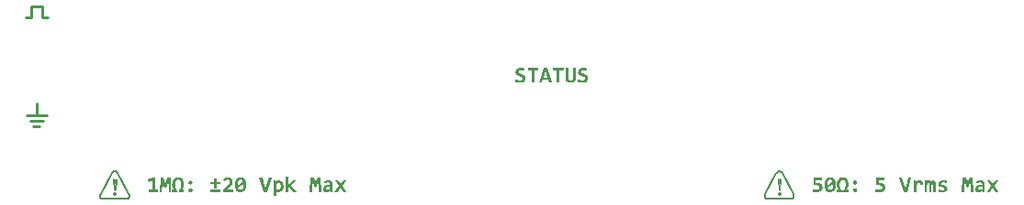
<source format=gbr>
%TF.GenerationSoftware,KiCad,Pcbnew,9.0.0-rc1-661-gd7f89c6576*%
%TF.CreationDate,2025-01-26T19:33:11-05:00*%
%TF.ProjectId,TS_Front_Endcap,54535f46-726f-46e7-945f-456e64636170,rev?*%
%TF.SameCoordinates,Original*%
%TF.FileFunction,Legend,Top*%
%TF.FilePolarity,Positive*%
%FSLAX46Y46*%
G04 Gerber Fmt 4.6, Leading zero omitted, Abs format (unit mm)*
G04 Created by KiCad (PCBNEW 9.0.0-rc1-661-gd7f89c6576) date 2025-01-26 19:33:11*
%MOMM*%
%LPD*%
G01*
G04 APERTURE LIST*
%ADD10C,0.254000*%
%ADD11C,0.300000*%
%ADD12C,0.252000*%
%ADD13C,0.100000*%
%ADD14C,0.200000*%
G04 APERTURE END LIST*
D10*
X98010000Y-110044993D02*
X98010000Y-108919993D01*
X97110000Y-110044993D02*
X98910000Y-110044993D01*
X97510000Y-99950033D02*
X98510000Y-99950033D01*
X98510000Y-100950033D02*
X99010000Y-100950033D01*
X97010000Y-100950033D02*
X97510000Y-100950033D01*
X98510000Y-100950033D02*
X98510000Y-99950033D01*
X97410000Y-110544993D02*
X98610000Y-110544993D01*
X97510000Y-100950033D02*
X97510000Y-99950033D01*
X97710000Y-111044993D02*
X98310000Y-111044993D01*
D11*
G36*
X108315796Y-117122533D02*
G01*
X108315796Y-116899783D01*
X108656973Y-116899783D01*
X108656973Y-116038461D01*
X108359851Y-116202225D01*
X108277877Y-115997061D01*
X108703043Y-115774312D01*
X108913153Y-115774312D01*
X108913153Y-116899783D01*
X109207252Y-116899783D01*
X109207252Y-117122533D01*
X108315796Y-117122533D01*
G37*
G36*
X110198633Y-117122533D02*
G01*
X110174087Y-116366631D01*
X110164836Y-116064930D01*
X110100265Y-116266339D01*
X109951704Y-116723928D01*
X109793893Y-116723928D01*
X109659620Y-116266339D01*
X109603292Y-116064930D01*
X109596147Y-116360495D01*
X109573616Y-117122533D01*
X109359385Y-117122533D01*
X109424964Y-115786036D01*
X109709904Y-115786036D01*
X109827690Y-116167879D01*
X109884018Y-116383026D01*
X109940347Y-116180244D01*
X110064361Y-115786036D01*
X110354430Y-115786036D01*
X110421017Y-117122533D01*
X110198633Y-117122533D01*
G37*
G36*
X111121413Y-117122533D02*
G01*
X111121413Y-116950891D01*
X111172341Y-116909034D01*
X111213554Y-116860216D01*
X111246683Y-116804646D01*
X111273455Y-116741239D01*
X111292957Y-116673189D01*
X111306244Y-116597166D01*
X111316045Y-116430012D01*
X111312574Y-116337499D01*
X111302672Y-116255257D01*
X111284309Y-116178425D01*
X111258159Y-116116313D01*
X111221505Y-116063701D01*
X111175635Y-116024539D01*
X111119890Y-116000029D01*
X111047591Y-115991200D01*
X110977673Y-115999276D01*
X110921562Y-116021974D01*
X110874424Y-116058800D01*
X110835558Y-116109627D01*
X110807019Y-116170484D01*
X110786373Y-116246556D01*
X110775014Y-116328801D01*
X110770986Y-116423876D01*
X110778680Y-116590480D01*
X110790163Y-116664966D01*
X110808355Y-116731530D01*
X110834739Y-116793612D01*
X110869355Y-116849957D01*
X110913222Y-116900645D01*
X110970746Y-116948876D01*
X110970746Y-117122533D01*
X110502533Y-117122533D01*
X110502533Y-116940816D01*
X110718688Y-116940816D01*
X110670756Y-116901528D01*
X110627463Y-116851606D01*
X110591035Y-116794536D01*
X110560327Y-116729607D01*
X110536594Y-116660175D01*
X110518836Y-116584527D01*
X110508143Y-116506428D01*
X110504548Y-116426074D01*
X110509621Y-116319275D01*
X110524091Y-116224918D01*
X110547046Y-116141501D01*
X110579866Y-116061511D01*
X110618708Y-115992721D01*
X110663367Y-115933864D01*
X110715805Y-115882023D01*
X110773516Y-115839649D01*
X110837023Y-115806186D01*
X110939988Y-115773624D01*
X111051713Y-115762588D01*
X111171470Y-115773226D01*
X111274554Y-115803621D01*
X111337368Y-115835508D01*
X111392972Y-115875877D01*
X111442074Y-115925162D01*
X111483234Y-115981515D01*
X111518534Y-116048196D01*
X111547678Y-116126663D01*
X111574793Y-116253134D01*
X111584590Y-116407573D01*
X111580356Y-116490235D01*
X111567645Y-116572162D01*
X111547240Y-116651793D01*
X111520567Y-116724936D01*
X111487181Y-116793306D01*
X111449310Y-116852614D01*
X111405497Y-116903921D01*
X111360191Y-116940816D01*
X111584590Y-116940816D01*
X111584590Y-117122533D01*
X111121413Y-117122533D01*
G37*
G36*
X112196876Y-116073265D02*
G01*
X112234777Y-116076911D01*
X112269599Y-116087645D01*
X112301244Y-116104812D01*
X112327943Y-116127121D01*
X112349888Y-116154255D01*
X112366869Y-116186105D01*
X112377628Y-116220873D01*
X112381249Y-116257913D01*
X112377603Y-116295906D01*
X112366869Y-116330819D01*
X112349871Y-116362510D01*
X112327943Y-116389254D01*
X112301283Y-116411126D01*
X112269599Y-116428181D01*
X112234777Y-116438914D01*
X112196876Y-116442560D01*
X112158960Y-116438902D01*
X112124519Y-116428181D01*
X112093198Y-116411185D01*
X112066175Y-116389254D01*
X112043863Y-116362481D01*
X112026700Y-116330819D01*
X112016035Y-116295911D01*
X112012411Y-116257913D01*
X112016010Y-116220869D01*
X112026700Y-116186105D01*
X112043846Y-116154284D01*
X112066175Y-116127121D01*
X112093237Y-116104753D01*
X112124519Y-116087645D01*
X112158960Y-116076924D01*
X112196876Y-116073265D01*
G37*
G36*
X112196876Y-116776685D02*
G01*
X112234777Y-116780331D01*
X112269599Y-116791064D01*
X112301277Y-116808138D01*
X112327943Y-116830082D01*
X112349861Y-116856766D01*
X112366869Y-116888517D01*
X112377624Y-116923218D01*
X112381249Y-116960325D01*
X112377605Y-116998239D01*
X112366869Y-117033140D01*
X112349888Y-117064990D01*
X112327943Y-117092124D01*
X112301244Y-117114433D01*
X112269599Y-117131600D01*
X112234777Y-117142334D01*
X112196876Y-117145980D01*
X112158960Y-117142321D01*
X112124519Y-117131600D01*
X112093237Y-117114492D01*
X112066175Y-117092124D01*
X112043846Y-117064961D01*
X112026700Y-117033140D01*
X112016033Y-116998243D01*
X112012411Y-116960325D01*
X112016014Y-116923214D01*
X112026700Y-116888517D01*
X112043873Y-116856796D01*
X112066175Y-116830082D01*
X112093205Y-116808079D01*
X112124519Y-116791064D01*
X112158960Y-116780343D01*
X112196876Y-116776685D01*
G37*
G36*
X114617170Y-116424975D02*
G01*
X114617170Y-116782546D01*
X114390757Y-116782546D01*
X114390757Y-116424975D01*
X114033185Y-116424975D01*
X114033185Y-116231535D01*
X114390757Y-116231535D01*
X114390757Y-115868101D01*
X114617170Y-115868101D01*
X114617170Y-116231535D01*
X114973825Y-116231535D01*
X114973825Y-116424975D01*
X114617170Y-116424975D01*
G37*
G36*
X114062861Y-117122533D02*
G01*
X114062861Y-116923230D01*
X114944058Y-116923230D01*
X114944058Y-117122533D01*
X114062861Y-117122533D01*
G37*
G36*
X115212054Y-117122533D02*
G01*
X115212054Y-116939992D01*
X115528684Y-116622170D01*
X115671566Y-116468664D01*
X115721214Y-116404925D01*
X115754639Y-116353534D01*
X115779553Y-116303058D01*
X115793016Y-116259928D01*
X115802267Y-116170901D01*
X115799169Y-116133890D01*
X115789993Y-116099002D01*
X115774759Y-116066951D01*
X115754090Y-116039926D01*
X115727908Y-116017787D01*
X115694647Y-116000176D01*
X115657143Y-115989211D01*
X115612673Y-115985338D01*
X115536308Y-115994202D01*
X115466127Y-116020509D01*
X115401115Y-116060914D01*
X115338083Y-116114298D01*
X115205917Y-115942565D01*
X115298496Y-115869030D01*
X115402105Y-115811773D01*
X115476260Y-115784623D01*
X115554706Y-115768177D01*
X115638319Y-115762588D01*
X115733878Y-115769118D01*
X115816646Y-115787684D01*
X115891744Y-115819228D01*
X115953483Y-115861873D01*
X116003606Y-115916647D01*
X116041594Y-115984697D01*
X116064653Y-116062006D01*
X116072827Y-116154507D01*
X116067317Y-116232508D01*
X116051303Y-116303434D01*
X116025152Y-116371061D01*
X115988746Y-116437981D01*
X115943946Y-116502294D01*
X115887813Y-116568956D01*
X115751067Y-116707075D01*
X115556345Y-116893921D01*
X116121004Y-116893921D01*
X116121004Y-117122533D01*
X115212054Y-117122533D01*
G37*
G36*
X116932934Y-115772539D02*
G01*
X117029404Y-115801515D01*
X117088280Y-115832063D01*
X117141522Y-115872372D01*
X117189688Y-115923239D01*
X117229701Y-115981173D01*
X117264874Y-116051483D01*
X117294743Y-116136097D01*
X117314932Y-116223464D01*
X117327990Y-116326701D01*
X117332662Y-116448147D01*
X117323217Y-116608013D01*
X117296758Y-116742888D01*
X117268220Y-116827362D01*
X117233117Y-116900042D01*
X117191795Y-116962340D01*
X117141985Y-117017607D01*
X117085973Y-117062905D01*
X117023176Y-117098902D01*
X116955438Y-117124564D01*
X116880068Y-117140462D01*
X116795755Y-117145980D01*
X116688326Y-117136053D01*
X116591873Y-117107145D01*
X116532991Y-117076536D01*
X116479529Y-117036055D01*
X116430948Y-116984871D01*
X116390641Y-116926562D01*
X116355320Y-116856052D01*
X116325435Y-116771464D01*
X116319866Y-116747375D01*
X116579508Y-116747375D01*
X116605899Y-116810294D01*
X116636757Y-116858026D01*
X116671741Y-116893280D01*
X116713448Y-116919651D01*
X116759139Y-116935427D01*
X116810043Y-116940816D01*
X116865488Y-116933453D01*
X116917113Y-116911323D01*
X116962492Y-116875382D01*
X117003209Y-116822389D01*
X117034522Y-116757830D01*
X117060087Y-116671813D01*
X117075092Y-116576679D01*
X117080603Y-116457765D01*
X117079596Y-116423326D01*
X117078588Y-116389804D01*
X116579508Y-116747375D01*
X116319866Y-116747375D01*
X116305224Y-116684038D01*
X116292177Y-116581108D01*
X116287516Y-116460421D01*
X116287922Y-116453643D01*
X116539575Y-116453643D01*
X116539575Y-116490096D01*
X116541590Y-116524626D01*
X117043692Y-116167054D01*
X117015382Y-116101680D01*
X116983663Y-116052501D01*
X116948895Y-116016570D01*
X116907427Y-115989516D01*
X116861585Y-115973306D01*
X116810043Y-115967752D01*
X116754730Y-115975061D01*
X116703523Y-115996970D01*
X116658677Y-116032726D01*
X116617977Y-116086454D01*
X116586508Y-116151624D01*
X116560549Y-116237763D01*
X116545228Y-116333125D01*
X116539575Y-116453643D01*
X116287922Y-116453643D01*
X116297080Y-116300587D01*
X116323878Y-116165772D01*
X116352693Y-116081186D01*
X116387798Y-116008509D01*
X116428841Y-115946320D01*
X116478421Y-115891075D01*
X116534569Y-115845738D01*
X116597918Y-115809666D01*
X116666355Y-115783944D01*
X116741792Y-115768075D01*
X116825430Y-115762588D01*
X116932934Y-115772539D01*
G37*
G36*
X119282727Y-117122533D02*
G01*
X118948695Y-117122533D01*
X118539832Y-115786036D01*
X118825688Y-115786036D01*
X119052192Y-116590846D01*
X119124916Y-116854629D01*
X119200753Y-116575459D01*
X119425151Y-115786036D01*
X119693605Y-115786036D01*
X119282727Y-117122533D01*
G37*
G36*
X120476337Y-116071057D02*
G01*
X120551813Y-116098361D01*
X120617489Y-116142663D01*
X120672164Y-116203050D01*
X120714262Y-116276247D01*
X120746444Y-116367456D01*
X120765365Y-116467379D01*
X120772090Y-116584527D01*
X120767192Y-116679293D01*
X120753358Y-116761108D01*
X120731606Y-116831731D01*
X120682398Y-116928271D01*
X120618858Y-117004838D01*
X120540551Y-117064558D01*
X120448315Y-117106962D01*
X120347031Y-117131605D01*
X120234175Y-117140118D01*
X120156323Y-117134989D01*
X120085614Y-117121708D01*
X120085614Y-117526999D01*
X119835571Y-117526999D01*
X119835571Y-116466557D01*
X120085614Y-116466557D01*
X120085614Y-116915537D01*
X120158796Y-116933763D01*
X120247456Y-116940816D01*
X120304791Y-116934614D01*
X120355533Y-116916544D01*
X120400483Y-116887343D01*
X120438515Y-116847759D01*
X120468306Y-116799494D01*
X120491271Y-116739041D01*
X120504935Y-116672552D01*
X120509773Y-116594968D01*
X120506428Y-116513137D01*
X120497500Y-116450346D01*
X120481814Y-116394058D01*
X120462145Y-116352252D01*
X120435885Y-116318373D01*
X120405725Y-116296106D01*
X120370662Y-116282997D01*
X120329430Y-116278429D01*
X120288882Y-116283738D01*
X120248782Y-116300062D01*
X120208072Y-116328987D01*
X120151292Y-116385554D01*
X120085614Y-116466557D01*
X119835571Y-116466557D01*
X119835571Y-116079127D01*
X120051817Y-116079127D01*
X120057954Y-116233183D01*
X120123991Y-116162383D01*
X120198271Y-116107978D01*
X120239625Y-116088176D01*
X120284367Y-116073540D01*
X120332102Y-116064684D01*
X120387865Y-116061542D01*
X120476337Y-116071057D01*
G37*
G36*
X121633412Y-117122533D02*
G01*
X121249187Y-116602020D01*
X121249187Y-117122533D01*
X120999144Y-117122533D01*
X120999144Y-115674661D01*
X121249187Y-115674661D01*
X121249187Y-116522061D01*
X121612896Y-116079127D01*
X121925404Y-116079127D01*
X121503261Y-116554576D01*
X121960300Y-117122533D01*
X121633412Y-117122533D01*
G37*
G36*
X124038410Y-117122533D02*
G01*
X124013864Y-116366631D01*
X124004613Y-116064930D01*
X123940041Y-116266339D01*
X123791481Y-116723928D01*
X123633669Y-116723928D01*
X123499397Y-116266339D01*
X123443068Y-116064930D01*
X123435924Y-116360495D01*
X123413393Y-117122533D01*
X123199161Y-117122533D01*
X123264740Y-115786036D01*
X123549680Y-115786036D01*
X123667466Y-116167879D01*
X123723795Y-116383026D01*
X123780123Y-116180244D01*
X123904138Y-115786036D01*
X124194207Y-115786036D01*
X124260793Y-117122533D01*
X124038410Y-117122533D01*
G37*
G36*
X124986581Y-116067480D02*
G01*
X125073847Y-116083523D01*
X125151432Y-116111893D01*
X125210684Y-116149469D01*
X125257381Y-116198812D01*
X125290094Y-116259378D01*
X125308966Y-116328617D01*
X125315739Y-116413160D01*
X125315739Y-117122533D01*
X125101508Y-117122533D01*
X125095371Y-116987069D01*
X125026678Y-117050725D01*
X124947818Y-117101192D01*
X124903308Y-117119965D01*
X124854029Y-117134256D01*
X124801983Y-117142934D01*
X124742837Y-117145980D01*
X124665967Y-117139827D01*
X124602520Y-117122624D01*
X124546284Y-117094278D01*
X124501037Y-117057594D01*
X124465323Y-117012035D01*
X124439030Y-116957027D01*
X124423466Y-116896029D01*
X124418055Y-116826877D01*
X124418976Y-116818633D01*
X124680372Y-116818633D01*
X124685278Y-116858325D01*
X124698992Y-116889389D01*
X124721313Y-116913888D01*
X124767618Y-116937835D01*
X124833054Y-116946678D01*
X124884581Y-116937959D01*
X124941681Y-116909400D01*
X124997951Y-116866498D01*
X125065696Y-116802422D01*
X125065696Y-116665310D01*
X124913013Y-116665310D01*
X124851983Y-116668602D01*
X124805394Y-116677400D01*
X124764194Y-116692363D01*
X124733678Y-116710739D01*
X124709401Y-116733941D01*
X124693195Y-116759649D01*
X124683599Y-116788128D01*
X124680372Y-116818633D01*
X124418976Y-116818633D01*
X124425964Y-116756053D01*
X124449288Y-116691688D01*
X124488026Y-116634786D01*
X124544542Y-116584985D01*
X124614148Y-116546192D01*
X124704460Y-116514917D01*
X124804702Y-116496271D01*
X124929408Y-116489455D01*
X125065696Y-116489455D01*
X125065696Y-116425982D01*
X125062767Y-116386633D01*
X125054430Y-116352618D01*
X125039657Y-116322249D01*
X125018068Y-116297022D01*
X124990103Y-116277206D01*
X124952947Y-116261668D01*
X124910545Y-116252539D01*
X124854578Y-116249120D01*
X124762988Y-116254524D01*
X124672678Y-116270736D01*
X124584470Y-116296596D01*
X124499022Y-116331186D01*
X124499022Y-116131884D01*
X124577192Y-116104791D01*
X124671671Y-116081508D01*
X124770813Y-116066599D01*
X124875095Y-116061542D01*
X124986581Y-116067480D01*
G37*
G36*
X126272316Y-117122533D02*
G01*
X126034546Y-116768350D01*
X125795860Y-117122533D01*
X125493517Y-117122533D01*
X125883970Y-116596708D01*
X125514034Y-116079127D01*
X125818391Y-116079127D01*
X126051948Y-116423601D01*
X126282575Y-116079127D01*
X126563301Y-116079127D01*
X126204631Y-116594693D01*
X126582810Y-117122533D01*
X126272316Y-117122533D01*
G37*
D12*
G36*
X143095201Y-106595750D02*
G01*
X143084587Y-106700416D01*
X143054718Y-106786167D01*
X143006131Y-106859973D01*
X142941511Y-106919616D01*
X142863396Y-106964823D01*
X142768313Y-106997926D01*
X142665200Y-107016868D01*
X142549044Y-107023480D01*
X142444526Y-107020387D01*
X142345162Y-107011298D01*
X142247452Y-106995096D01*
X142150439Y-106970723D01*
X142150439Y-106724527D01*
X142248808Y-106754202D01*
X142351848Y-106778474D01*
X142454796Y-106794777D01*
X142554173Y-106800730D01*
X142623225Y-106797389D01*
X142676172Y-106788457D01*
X142723345Y-106773141D01*
X142758146Y-106754568D01*
X142785994Y-106730516D01*
X142804216Y-106703369D01*
X142814928Y-106672400D01*
X142818596Y-106637698D01*
X142811329Y-106591945D01*
X142790386Y-106555358D01*
X142758655Y-106524748D01*
X142716106Y-106496556D01*
X142611051Y-106450486D01*
X142491158Y-106406431D01*
X142371265Y-106353216D01*
X142315341Y-106319818D01*
X142266210Y-106279577D01*
X142224843Y-106231712D01*
X142191930Y-106174705D01*
X142171292Y-106109860D01*
X142163812Y-106027885D01*
X142171036Y-105950856D01*
X142192480Y-105878500D01*
X142229013Y-105812826D01*
X142282605Y-105755218D01*
X142350617Y-105709052D01*
X142440417Y-105671321D01*
X142542243Y-105648516D01*
X142673058Y-105640088D01*
X142756497Y-105644118D01*
X142842593Y-105654377D01*
X142924567Y-105669306D01*
X142996832Y-105686983D01*
X142996832Y-105915594D01*
X142925117Y-105892147D01*
X142844700Y-105873554D01*
X142761169Y-105861281D01*
X142681301Y-105856976D01*
X142617223Y-105859904D01*
X142568553Y-105867692D01*
X142525110Y-105880946D01*
X142492715Y-105897184D01*
X142466742Y-105918539D01*
X142449667Y-105943438D01*
X142439786Y-105971996D01*
X142436387Y-106004346D01*
X142443445Y-106043438D01*
X142464505Y-106076520D01*
X142496167Y-106104304D01*
X142539335Y-106130742D01*
X142644848Y-106175713D01*
X142765748Y-106220776D01*
X142886648Y-106275547D01*
X142942776Y-106309716D01*
X142992253Y-106350194D01*
X143034102Y-106397940D01*
X143066991Y-106454058D01*
X143087762Y-106517474D01*
X143095201Y-106595750D01*
G37*
G36*
X143909354Y-105874561D02*
G01*
X143909354Y-107000033D01*
X143651159Y-107000033D01*
X143651159Y-105874561D01*
X143284337Y-105874561D01*
X143284337Y-105663536D01*
X144276176Y-105663536D01*
X144276176Y-105874561D01*
X143909354Y-105874561D01*
G37*
G36*
X145506336Y-107000033D02*
G01*
X145227624Y-107000033D01*
X145153894Y-106736250D01*
X144686596Y-106736250D01*
X144610850Y-107000033D01*
X144360807Y-107000033D01*
X144499929Y-106531086D01*
X144747046Y-106531086D01*
X145097565Y-106531086D01*
X144923359Y-105904603D01*
X144747046Y-106531086D01*
X144499929Y-106531086D01*
X144757304Y-105663536D01*
X145109838Y-105663536D01*
X145506336Y-107000033D01*
G37*
G36*
X146215984Y-105874561D02*
G01*
X146215984Y-107000033D01*
X145957788Y-107000033D01*
X145957788Y-105874561D01*
X145590966Y-105874561D01*
X145590966Y-105663536D01*
X146582806Y-105663536D01*
X146582806Y-105874561D01*
X146215984Y-105874561D01*
G37*
G36*
X147727969Y-106508097D02*
G01*
X147718891Y-106631309D01*
X147693622Y-106732587D01*
X147651120Y-106822380D01*
X147595254Y-106893695D01*
X147524895Y-106949715D01*
X147438999Y-106990782D01*
X147343195Y-107014976D01*
X147232003Y-107023480D01*
X147108108Y-107014705D01*
X147010628Y-106990782D01*
X146925681Y-106950022D01*
X146860968Y-106896718D01*
X146811998Y-106829507D01*
X146777986Y-106747424D01*
X146759114Y-106656351D01*
X146752433Y-106550046D01*
X146752433Y-105663536D01*
X147004491Y-105663536D01*
X147004491Y-106536582D01*
X147007603Y-106602176D01*
X147016215Y-106656474D01*
X147032732Y-106705475D01*
X147057248Y-106745043D01*
X147090066Y-106776858D01*
X147130520Y-106799906D01*
X147177824Y-106813303D01*
X147241254Y-106818316D01*
X147300986Y-106814028D01*
X147346767Y-106802471D01*
X147386257Y-106781653D01*
X147418483Y-106751180D01*
X147443003Y-106712132D01*
X147461531Y-106660504D01*
X147472003Y-106602147D01*
X147475910Y-106526323D01*
X147475910Y-105663536D01*
X147727969Y-105663536D01*
X147727969Y-106508097D01*
G37*
G36*
X148861775Y-106595750D02*
G01*
X148851160Y-106700416D01*
X148821292Y-106786167D01*
X148772704Y-106859973D01*
X148708085Y-106919616D01*
X148629970Y-106964823D01*
X148534886Y-106997926D01*
X148431773Y-107016868D01*
X148315617Y-107023480D01*
X148211099Y-107020387D01*
X148111736Y-107011298D01*
X148014025Y-106995096D01*
X147917013Y-106970723D01*
X147917013Y-106724527D01*
X148015382Y-106754202D01*
X148118422Y-106778474D01*
X148221370Y-106794777D01*
X148320746Y-106800730D01*
X148389799Y-106797389D01*
X148442746Y-106788457D01*
X148489919Y-106773141D01*
X148524720Y-106754568D01*
X148552568Y-106730516D01*
X148570790Y-106703369D01*
X148581502Y-106672400D01*
X148585170Y-106637698D01*
X148577902Y-106591945D01*
X148556960Y-106555358D01*
X148525228Y-106524748D01*
X148482679Y-106496556D01*
X148377624Y-106450486D01*
X148257732Y-106406431D01*
X148137839Y-106353216D01*
X148081914Y-106319818D01*
X148032784Y-106279577D01*
X147991416Y-106231712D01*
X147958504Y-106174705D01*
X147937866Y-106109860D01*
X147930385Y-106027885D01*
X147937610Y-105950856D01*
X147959053Y-105878500D01*
X147995587Y-105812826D01*
X148049179Y-105755218D01*
X148117191Y-105709052D01*
X148206990Y-105671321D01*
X148308817Y-105648516D01*
X148439632Y-105640088D01*
X148523071Y-105644118D01*
X148609167Y-105654377D01*
X148691141Y-105669306D01*
X148763406Y-105686983D01*
X148763406Y-105915594D01*
X148691690Y-105892147D01*
X148611273Y-105873554D01*
X148527742Y-105861281D01*
X148447875Y-105856976D01*
X148383796Y-105859904D01*
X148335126Y-105867692D01*
X148291683Y-105880946D01*
X148259289Y-105897184D01*
X148233316Y-105918539D01*
X148216241Y-105943438D01*
X148206360Y-105971996D01*
X148202960Y-106004346D01*
X148210019Y-106043438D01*
X148231079Y-106076520D01*
X148262740Y-106104304D01*
X148305909Y-106130742D01*
X148411422Y-106175713D01*
X148532322Y-106220776D01*
X148653222Y-106275547D01*
X148709350Y-106309716D01*
X148758826Y-106350194D01*
X148800676Y-106397940D01*
X148833565Y-106454058D01*
X148854336Y-106517474D01*
X148861775Y-106595750D01*
G37*
G36*
X170465857Y-116698008D02*
G01*
X170460610Y-116768416D01*
X170445422Y-116831615D01*
X170420703Y-116888792D01*
X170367199Y-116965295D01*
X170295681Y-117029384D01*
X170210213Y-117079001D01*
X170107186Y-117116304D01*
X169995720Y-117138337D01*
X169871523Y-117145980D01*
X169803837Y-117143965D01*
X169731113Y-117139110D01*
X169659306Y-117131783D01*
X169594826Y-117122533D01*
X169594826Y-116905645D01*
X169729098Y-116926986D01*
X169883796Y-116934954D01*
X169984994Y-116927363D01*
X170061179Y-116907020D01*
X170117903Y-116876427D01*
X170162662Y-116832327D01*
X170189176Y-116779190D01*
X170198411Y-116714036D01*
X170189438Y-116645915D01*
X170164449Y-116593771D01*
X170123581Y-116553660D01*
X170070693Y-116526989D01*
X169992888Y-116508381D01*
X169881781Y-116501179D01*
X169619464Y-116501179D01*
X169619464Y-115786036D01*
X170392035Y-115786036D01*
X170392035Y-116020509D01*
X169853113Y-116020509D01*
X169853113Y-116296015D01*
X169949467Y-116296015D01*
X170050469Y-116300702D01*
X170145105Y-116314425D01*
X170234018Y-116340077D01*
X170309511Y-116378355D01*
X170373251Y-116431581D01*
X170423267Y-116501637D01*
X170446014Y-116555078D01*
X170460613Y-116619757D01*
X170465857Y-116698008D01*
G37*
G36*
X171288046Y-115772539D02*
G01*
X171384515Y-115801515D01*
X171443391Y-115832063D01*
X171496633Y-115872372D01*
X171544800Y-115923239D01*
X171584813Y-115981173D01*
X171619985Y-116051483D01*
X171649855Y-116136097D01*
X171670044Y-116223464D01*
X171683102Y-116326701D01*
X171687773Y-116448147D01*
X171678329Y-116608013D01*
X171651870Y-116742888D01*
X171623331Y-116827362D01*
X171588229Y-116900042D01*
X171546906Y-116962340D01*
X171497097Y-117017607D01*
X171441084Y-117062905D01*
X171378287Y-117098902D01*
X171310550Y-117124564D01*
X171235180Y-117140462D01*
X171150867Y-117145980D01*
X171043438Y-117136053D01*
X170946985Y-117107145D01*
X170888102Y-117076536D01*
X170834640Y-117036055D01*
X170786059Y-116984871D01*
X170745753Y-116926562D01*
X170710432Y-116856052D01*
X170680546Y-116771464D01*
X170674977Y-116747375D01*
X170934620Y-116747375D01*
X170961010Y-116810294D01*
X170991869Y-116858026D01*
X171026852Y-116893280D01*
X171068560Y-116919651D01*
X171114250Y-116935427D01*
X171165155Y-116940816D01*
X171220600Y-116933453D01*
X171272225Y-116911323D01*
X171317604Y-116875382D01*
X171358320Y-116822389D01*
X171389633Y-116757830D01*
X171415198Y-116671813D01*
X171430204Y-116576679D01*
X171435715Y-116457765D01*
X171434707Y-116423326D01*
X171433700Y-116389804D01*
X170934620Y-116747375D01*
X170674977Y-116747375D01*
X170660336Y-116684038D01*
X170647289Y-116581108D01*
X170642628Y-116460421D01*
X170643034Y-116453643D01*
X170894686Y-116453643D01*
X170894686Y-116490096D01*
X170896701Y-116524626D01*
X171398804Y-116167054D01*
X171370494Y-116101680D01*
X171338775Y-116052501D01*
X171304007Y-116016570D01*
X171262538Y-115989516D01*
X171216697Y-115973306D01*
X171165155Y-115967752D01*
X171109842Y-115975061D01*
X171058634Y-115996970D01*
X171013789Y-116032726D01*
X170973088Y-116086454D01*
X170941619Y-116151624D01*
X170915661Y-116237763D01*
X170900340Y-116333125D01*
X170894686Y-116453643D01*
X170643034Y-116453643D01*
X170652192Y-116300587D01*
X170678989Y-116165772D01*
X170707804Y-116081186D01*
X170742910Y-116008509D01*
X170783953Y-115946320D01*
X170833533Y-115891075D01*
X170889681Y-115845738D01*
X170953030Y-115809666D01*
X171021467Y-115783944D01*
X171096903Y-115768075D01*
X171180542Y-115762588D01*
X171288046Y-115772539D01*
G37*
G36*
X172396413Y-117122533D02*
G01*
X172396413Y-116950891D01*
X172447341Y-116909034D01*
X172488554Y-116860216D01*
X172521683Y-116804646D01*
X172548455Y-116741239D01*
X172567957Y-116673189D01*
X172581244Y-116597166D01*
X172591045Y-116430012D01*
X172587574Y-116337499D01*
X172577672Y-116255257D01*
X172559309Y-116178425D01*
X172533159Y-116116313D01*
X172496505Y-116063701D01*
X172450635Y-116024539D01*
X172394890Y-116000029D01*
X172322591Y-115991200D01*
X172252673Y-115999276D01*
X172196562Y-116021974D01*
X172149424Y-116058800D01*
X172110558Y-116109627D01*
X172082019Y-116170484D01*
X172061373Y-116246556D01*
X172050014Y-116328801D01*
X172045986Y-116423876D01*
X172053680Y-116590480D01*
X172065163Y-116664966D01*
X172083355Y-116731530D01*
X172109739Y-116793612D01*
X172144355Y-116849957D01*
X172188222Y-116900645D01*
X172245746Y-116948876D01*
X172245746Y-117122533D01*
X171777533Y-117122533D01*
X171777533Y-116940816D01*
X171993688Y-116940816D01*
X171945756Y-116901528D01*
X171902463Y-116851606D01*
X171866035Y-116794536D01*
X171835327Y-116729607D01*
X171811594Y-116660175D01*
X171793836Y-116584527D01*
X171783143Y-116506428D01*
X171779548Y-116426074D01*
X171784621Y-116319275D01*
X171799091Y-116224918D01*
X171822046Y-116141501D01*
X171854866Y-116061511D01*
X171893708Y-115992721D01*
X171938367Y-115933864D01*
X171990805Y-115882023D01*
X172048516Y-115839649D01*
X172112023Y-115806186D01*
X172214988Y-115773624D01*
X172326713Y-115762588D01*
X172446470Y-115773226D01*
X172549554Y-115803621D01*
X172612368Y-115835508D01*
X172667972Y-115875877D01*
X172717074Y-115925162D01*
X172758234Y-115981515D01*
X172793534Y-116048196D01*
X172822678Y-116126663D01*
X172849793Y-116253134D01*
X172859590Y-116407573D01*
X172855356Y-116490235D01*
X172842645Y-116572162D01*
X172822240Y-116651793D01*
X172795567Y-116724936D01*
X172762181Y-116793306D01*
X172724310Y-116852614D01*
X172680497Y-116903921D01*
X172635191Y-116940816D01*
X172859590Y-116940816D01*
X172859590Y-117122533D01*
X172396413Y-117122533D01*
G37*
G36*
X173471876Y-116073265D02*
G01*
X173509777Y-116076911D01*
X173544599Y-116087645D01*
X173576244Y-116104812D01*
X173602943Y-116127121D01*
X173624888Y-116154255D01*
X173641869Y-116186105D01*
X173652628Y-116220873D01*
X173656249Y-116257913D01*
X173652603Y-116295906D01*
X173641869Y-116330819D01*
X173624871Y-116362510D01*
X173602943Y-116389254D01*
X173576283Y-116411126D01*
X173544599Y-116428181D01*
X173509777Y-116438914D01*
X173471876Y-116442560D01*
X173433960Y-116438902D01*
X173399519Y-116428181D01*
X173368198Y-116411185D01*
X173341175Y-116389254D01*
X173318863Y-116362481D01*
X173301700Y-116330819D01*
X173291035Y-116295911D01*
X173287411Y-116257913D01*
X173291010Y-116220869D01*
X173301700Y-116186105D01*
X173318846Y-116154284D01*
X173341175Y-116127121D01*
X173368237Y-116104753D01*
X173399519Y-116087645D01*
X173433960Y-116076924D01*
X173471876Y-116073265D01*
G37*
G36*
X173471876Y-116776685D02*
G01*
X173509777Y-116780331D01*
X173544599Y-116791064D01*
X173576277Y-116808138D01*
X173602943Y-116830082D01*
X173624861Y-116856766D01*
X173641869Y-116888517D01*
X173652624Y-116923218D01*
X173656249Y-116960325D01*
X173652605Y-116998239D01*
X173641869Y-117033140D01*
X173624888Y-117064990D01*
X173602943Y-117092124D01*
X173576244Y-117114433D01*
X173544599Y-117131600D01*
X173509777Y-117142334D01*
X173471876Y-117145980D01*
X173433960Y-117142321D01*
X173399519Y-117131600D01*
X173368237Y-117114492D01*
X173341175Y-117092124D01*
X173318846Y-117064961D01*
X173301700Y-117033140D01*
X173291033Y-116998243D01*
X173287411Y-116960325D01*
X173291014Y-116923214D01*
X173301700Y-116888517D01*
X173318873Y-116856796D01*
X173341175Y-116830082D01*
X173368205Y-116808079D01*
X173399519Y-116791064D01*
X173433960Y-116780343D01*
X173471876Y-116776685D01*
G37*
G36*
X176232431Y-116698008D02*
G01*
X176227183Y-116768416D01*
X176211996Y-116831615D01*
X176187276Y-116888792D01*
X176133773Y-116965295D01*
X176062254Y-117029384D01*
X175976787Y-117079001D01*
X175873760Y-117116304D01*
X175762293Y-117138337D01*
X175638096Y-117145980D01*
X175570410Y-117143965D01*
X175497687Y-117139110D01*
X175425880Y-117131783D01*
X175361400Y-117122533D01*
X175361400Y-116905645D01*
X175495672Y-116926986D01*
X175650369Y-116934954D01*
X175751567Y-116927363D01*
X175827752Y-116907020D01*
X175884476Y-116876427D01*
X175929236Y-116832327D01*
X175955750Y-116779190D01*
X175964985Y-116714036D01*
X175956012Y-116645915D01*
X175931022Y-116593771D01*
X175890155Y-116553660D01*
X175837266Y-116526989D01*
X175759462Y-116508381D01*
X175648354Y-116501179D01*
X175386038Y-116501179D01*
X175386038Y-115786036D01*
X176158608Y-115786036D01*
X176158608Y-116020509D01*
X175619686Y-116020509D01*
X175619686Y-116296015D01*
X175716040Y-116296015D01*
X175817043Y-116300702D01*
X175911679Y-116314425D01*
X176000592Y-116340077D01*
X176076085Y-116378355D01*
X176139824Y-116431581D01*
X176189841Y-116501637D01*
X176212587Y-116555078D01*
X176227187Y-116619757D01*
X176232431Y-116698008D01*
G37*
G36*
X178251098Y-117122533D02*
G01*
X177917065Y-117122533D01*
X177508203Y-115786036D01*
X177794058Y-115786036D01*
X178020563Y-116590846D01*
X178093286Y-116854629D01*
X178169124Y-116575459D01*
X178393522Y-115786036D01*
X178661975Y-115786036D01*
X178251098Y-117122533D01*
G37*
G36*
X179474113Y-116483593D02*
G01*
X179473569Y-116429173D01*
X179468435Y-116387514D01*
X179458066Y-116350200D01*
X179443888Y-116322118D01*
X179424713Y-116299561D01*
X179402306Y-116284474D01*
X179376497Y-116275656D01*
X179346069Y-116272567D01*
X179291942Y-116282999D01*
X179231763Y-116317630D01*
X179174385Y-116372193D01*
X179102162Y-116466008D01*
X179102162Y-117122533D01*
X178845982Y-117122533D01*
X178845982Y-116079127D01*
X179072395Y-116079127D01*
X179081646Y-116237396D01*
X179139531Y-116165039D01*
X179211247Y-116109627D01*
X179252460Y-116089266D01*
X179298900Y-116073998D01*
X179348427Y-116064768D01*
X179404412Y-116061542D01*
X179480345Y-116068540D01*
X179544272Y-116088378D01*
X179600357Y-116121642D01*
X179646762Y-116167879D01*
X179682085Y-116225505D01*
X179708220Y-116299953D01*
X179722167Y-116382683D01*
X179725164Y-116483593D01*
X179474113Y-116483593D01*
G37*
G36*
X180692000Y-117122533D02*
G01*
X180692000Y-116415999D01*
X180689893Y-116348130D01*
X180681741Y-116299678D01*
X180663790Y-116270552D01*
X180650491Y-116263463D01*
X180631550Y-116260844D01*
X180602204Y-116270116D01*
X180568993Y-116303708D01*
X180539425Y-116354937D01*
X180499292Y-116449705D01*
X180499292Y-117122533D01*
X180285152Y-117122533D01*
X180285152Y-116415999D01*
X180283046Y-116348130D01*
X180274894Y-116299678D01*
X180256484Y-116270552D01*
X180242722Y-116263444D01*
X180223695Y-116260844D01*
X180198389Y-116269573D01*
X180164252Y-116303708D01*
X180133006Y-116355052D01*
X180091529Y-116449705D01*
X180091529Y-117122533D01*
X179875282Y-117122533D01*
X179875282Y-116079127D01*
X180060754Y-116079127D01*
X180064876Y-116231077D01*
X180109938Y-116153407D01*
X180158115Y-116100376D01*
X180184889Y-116082445D01*
X180212887Y-116070609D01*
X180279016Y-116061542D01*
X180335372Y-116067152D01*
X180378603Y-116082499D01*
X180411731Y-116106513D01*
X180437027Y-116139049D01*
X180454441Y-116179874D01*
X180463480Y-116231077D01*
X180512115Y-116153407D01*
X180562307Y-116100376D01*
X180589703Y-116082483D01*
X180618727Y-116070609D01*
X180685771Y-116061542D01*
X180757448Y-116071070D01*
X180812061Y-116097579D01*
X180853841Y-116140951D01*
X180882006Y-116196676D01*
X180901000Y-116273015D01*
X180908155Y-116375974D01*
X180908155Y-117122533D01*
X180692000Y-117122533D01*
G37*
G36*
X181969237Y-116816893D02*
G01*
X181958912Y-116901032D01*
X181929761Y-116968660D01*
X181884109Y-117025467D01*
X181825256Y-117070875D01*
X181756808Y-117104439D01*
X181677703Y-117128028D01*
X181594560Y-117141470D01*
X181509175Y-117145980D01*
X181397174Y-117142811D01*
X181302179Y-117133981D01*
X181211537Y-117119063D01*
X181127973Y-117099085D01*
X181127973Y-116876336D01*
X181224988Y-116911176D01*
X181320131Y-116934496D01*
X181414820Y-116948186D01*
X181500932Y-116952539D01*
X181592079Y-116943781D01*
X181647936Y-116922040D01*
X181675842Y-116898642D01*
X181691454Y-116872521D01*
X181696662Y-116842447D01*
X181686404Y-116799491D01*
X181672706Y-116781493D01*
X181647936Y-116762213D01*
X181568526Y-116725485D01*
X181434345Y-116682987D01*
X181360269Y-116659422D01*
X181299615Y-116634444D01*
X181245563Y-116604153D01*
X181203811Y-116570605D01*
X181170583Y-116530781D01*
X181146933Y-116485242D01*
X181132993Y-116434121D01*
X181127973Y-116371211D01*
X181135150Y-116309600D01*
X181156641Y-116251685D01*
X181191800Y-116199608D01*
X181242187Y-116153041D01*
X181304116Y-116116050D01*
X181384153Y-116086088D01*
X181473160Y-116068084D01*
X181582906Y-116061542D01*
X181757112Y-116070701D01*
X181891385Y-116090851D01*
X181891385Y-116296015D01*
X181803116Y-116270887D01*
X181723865Y-116255165D01*
X181645559Y-116246213D01*
X181568618Y-116243258D01*
X181496583Y-116250956D01*
X181445153Y-116271468D01*
X181418728Y-116293312D01*
X181403661Y-116318954D01*
X181398533Y-116349779D01*
X181407692Y-116391727D01*
X181420340Y-116408751D01*
X181444054Y-116427448D01*
X181519891Y-116463810D01*
X181648577Y-116505117D01*
X181734709Y-116532715D01*
X181800160Y-116559797D01*
X181857250Y-116591957D01*
X181898987Y-116625743D01*
X181931359Y-116665381D01*
X181952842Y-116709548D01*
X181964935Y-116758567D01*
X181969237Y-116816893D01*
G37*
G36*
X184160095Y-117122533D02*
G01*
X184135549Y-116366631D01*
X184126298Y-116064930D01*
X184061727Y-116266339D01*
X183913166Y-116723928D01*
X183755355Y-116723928D01*
X183621082Y-116266339D01*
X183564754Y-116064930D01*
X183557609Y-116360495D01*
X183535078Y-117122533D01*
X183320846Y-117122533D01*
X183386426Y-115786036D01*
X183671366Y-115786036D01*
X183789152Y-116167879D01*
X183845480Y-116383026D01*
X183901809Y-116180244D01*
X184025823Y-115786036D01*
X184315892Y-115786036D01*
X184382479Y-117122533D01*
X184160095Y-117122533D01*
G37*
G36*
X185108267Y-116067480D02*
G01*
X185195532Y-116083523D01*
X185273117Y-116111893D01*
X185332370Y-116149469D01*
X185379066Y-116198812D01*
X185411779Y-116259378D01*
X185430652Y-116328617D01*
X185437424Y-116413160D01*
X185437424Y-117122533D01*
X185223193Y-117122533D01*
X185217056Y-116987069D01*
X185148363Y-117050725D01*
X185069503Y-117101192D01*
X185024994Y-117119965D01*
X184975714Y-117134256D01*
X184923668Y-117142934D01*
X184864522Y-117145980D01*
X184787652Y-117139827D01*
X184724205Y-117122624D01*
X184667970Y-117094278D01*
X184622722Y-117057594D01*
X184587009Y-117012035D01*
X184560715Y-116957027D01*
X184545152Y-116896029D01*
X184539740Y-116826877D01*
X184540661Y-116818633D01*
X184802057Y-116818633D01*
X184806963Y-116858325D01*
X184820678Y-116889389D01*
X184842998Y-116913888D01*
X184889304Y-116937835D01*
X184954740Y-116946678D01*
X185006266Y-116937959D01*
X185063367Y-116909400D01*
X185119636Y-116866498D01*
X185187381Y-116802422D01*
X185187381Y-116665310D01*
X185034699Y-116665310D01*
X184973668Y-116668602D01*
X184927079Y-116677400D01*
X184885879Y-116692363D01*
X184855363Y-116710739D01*
X184831086Y-116733941D01*
X184814880Y-116759649D01*
X184805284Y-116788128D01*
X184802057Y-116818633D01*
X184540661Y-116818633D01*
X184547650Y-116756053D01*
X184570973Y-116691688D01*
X184609711Y-116634786D01*
X184666228Y-116584985D01*
X184735834Y-116546192D01*
X184826146Y-116514917D01*
X184926388Y-116496271D01*
X185051093Y-116489455D01*
X185187381Y-116489455D01*
X185187381Y-116425982D01*
X185184453Y-116386633D01*
X185176115Y-116352618D01*
X185161342Y-116322249D01*
X185139754Y-116297022D01*
X185111788Y-116277206D01*
X185074632Y-116261668D01*
X185032230Y-116252539D01*
X184976263Y-116249120D01*
X184884673Y-116254524D01*
X184794364Y-116270736D01*
X184706156Y-116296596D01*
X184620707Y-116331186D01*
X184620707Y-116131884D01*
X184698877Y-116104791D01*
X184793356Y-116081508D01*
X184892498Y-116066599D01*
X184996780Y-116061542D01*
X185108267Y-116067480D01*
G37*
G36*
X186394002Y-117122533D02*
G01*
X186156231Y-116768350D01*
X185917545Y-117122533D01*
X185615203Y-117122533D01*
X186005655Y-116596708D01*
X185635719Y-116079127D01*
X185940076Y-116079127D01*
X186173633Y-116423601D01*
X186404260Y-116079127D01*
X186684986Y-116079127D01*
X186326316Y-116594693D01*
X186704495Y-117122533D01*
X186394002Y-117122533D01*
G37*
D13*
%TO.C,REF\u002A\u002A*%
X166384174Y-115933107D02*
X166583545Y-115933107D01*
X166433837Y-116940658D02*
X166334444Y-115988297D01*
D11*
X166485000Y-117358489D02*
X166485000Y-117360033D01*
D13*
X166495196Y-116985468D02*
X166483567Y-116985468D01*
X166633331Y-115987726D02*
X166544982Y-116940087D01*
X166334444Y-115988297D02*
G75*
G02*
X166384174Y-115933107I49697J5220D01*
G01*
X166483567Y-116985468D02*
G75*
G02*
X166433837Y-116940658I-55J49939D01*
G01*
X166544982Y-116940087D02*
G75*
G02*
X166495196Y-116985468I-49748J4577D01*
G01*
X166583545Y-115933107D02*
G75*
G02*
X166633315Y-115987725I-45J-50026D01*
G01*
X166495221Y-116935504D02*
X166483521Y-116935504D01*
X166384221Y-115983104D01*
X166583521Y-115983104D01*
X166495221Y-116935504D01*
G36*
X166495221Y-116935504D02*
G01*
X166483521Y-116935504D01*
X166384221Y-115983104D01*
X166583521Y-115983104D01*
X166495221Y-116935504D01*
G37*
D14*
X166505173Y-115209651D02*
X166525273Y-115211584D01*
X166545227Y-115214805D01*
X166564962Y-115219316D01*
X166584405Y-115225115D01*
X166603484Y-115232203D01*
X166622126Y-115240579D01*
X166640257Y-115250244D01*
X166657805Y-115261198D01*
X166674696Y-115273440D01*
X166690859Y-115286972D01*
X166706219Y-115301791D01*
X166720705Y-115317900D01*
X166734242Y-115335297D01*
X166746759Y-115353983D01*
X166758182Y-115373958D01*
X167790256Y-117335005D01*
X167799651Y-117354377D01*
X167807570Y-117373939D01*
X167814045Y-117393638D01*
X167819108Y-117413423D01*
X167822791Y-117433239D01*
X167825126Y-117453035D01*
X167826145Y-117472757D01*
X167825880Y-117492352D01*
X167824361Y-117511769D01*
X167821623Y-117530953D01*
X167817695Y-117549852D01*
X167812611Y-117568414D01*
X167806402Y-117586584D01*
X167799099Y-117604312D01*
X167790736Y-117621543D01*
X167781343Y-117638226D01*
X167770952Y-117654306D01*
X167759596Y-117669732D01*
X167747306Y-117684450D01*
X167734114Y-117698408D01*
X167720053Y-117711553D01*
X167705153Y-117723832D01*
X167689447Y-117735193D01*
X167672967Y-117745581D01*
X167655744Y-117754946D01*
X167637811Y-117763233D01*
X167619199Y-117770390D01*
X167599940Y-117776364D01*
X167580066Y-117781103D01*
X167559609Y-117784553D01*
X167538601Y-117786662D01*
X167517074Y-117787376D01*
X165452927Y-117787376D01*
X165431399Y-117786662D01*
X165410391Y-117784553D01*
X165389934Y-117781103D01*
X165370061Y-117776364D01*
X165350802Y-117770389D01*
X165332190Y-117763232D01*
X165314256Y-117754944D01*
X165297034Y-117745579D01*
X165280553Y-117735189D01*
X165264847Y-117723828D01*
X165249948Y-117711547D01*
X165235886Y-117698400D01*
X165222694Y-117684440D01*
X165210404Y-117669719D01*
X165199048Y-117654290D01*
X165188658Y-117638206D01*
X165179265Y-117621520D01*
X165170901Y-117604285D01*
X165163599Y-117586552D01*
X165157389Y-117568376D01*
X165152305Y-117549808D01*
X165148378Y-117530903D01*
X165145639Y-117511711D01*
X165144121Y-117492287D01*
X165143855Y-117472683D01*
X165144874Y-117452952D01*
X165147209Y-117433147D01*
X165150893Y-117413319D01*
X165155956Y-117393524D01*
X165162431Y-117373812D01*
X165170350Y-117354236D01*
X165179745Y-117334851D01*
X166211818Y-115373958D01*
X166223241Y-115353983D01*
X166235758Y-115335297D01*
X166249296Y-115317900D01*
X166263781Y-115301791D01*
X166279142Y-115286972D01*
X166295304Y-115273440D01*
X166312196Y-115261198D01*
X166329744Y-115250244D01*
X166347875Y-115240579D01*
X166366516Y-115232203D01*
X166385595Y-115225115D01*
X166405039Y-115219316D01*
X166424774Y-115214805D01*
X166444728Y-115211584D01*
X166464828Y-115209651D01*
X166485000Y-115209006D01*
X166505173Y-115209651D01*
D13*
X105109174Y-115933107D02*
X105308545Y-115933107D01*
X105158837Y-116940658D02*
X105059444Y-115988297D01*
D11*
X105210000Y-117358489D02*
X105210000Y-117360033D01*
D13*
X105220196Y-116985468D02*
X105208567Y-116985468D01*
X105358331Y-115987726D02*
X105269982Y-116940087D01*
X105059444Y-115988297D02*
G75*
G02*
X105109174Y-115933107I49697J5220D01*
G01*
X105208567Y-116985468D02*
G75*
G02*
X105158837Y-116940658I-55J49939D01*
G01*
X105269982Y-116940087D02*
G75*
G02*
X105220196Y-116985468I-49748J4577D01*
G01*
X105308545Y-115933107D02*
G75*
G02*
X105358315Y-115987725I-45J-50026D01*
G01*
X105220221Y-116935504D02*
X105208521Y-116935504D01*
X105109221Y-115983104D01*
X105308521Y-115983104D01*
X105220221Y-116935504D01*
G36*
X105220221Y-116935504D02*
G01*
X105208521Y-116935504D01*
X105109221Y-115983104D01*
X105308521Y-115983104D01*
X105220221Y-116935504D01*
G37*
D14*
X105230173Y-115209651D02*
X105250273Y-115211584D01*
X105270227Y-115214805D01*
X105289962Y-115219316D01*
X105309405Y-115225115D01*
X105328484Y-115232203D01*
X105347126Y-115240579D01*
X105365257Y-115250244D01*
X105382805Y-115261198D01*
X105399696Y-115273440D01*
X105415859Y-115286972D01*
X105431219Y-115301791D01*
X105445705Y-115317900D01*
X105459242Y-115335297D01*
X105471759Y-115353983D01*
X105483182Y-115373958D01*
X106515256Y-117335005D01*
X106524651Y-117354377D01*
X106532570Y-117373939D01*
X106539045Y-117393638D01*
X106544108Y-117413423D01*
X106547791Y-117433239D01*
X106550126Y-117453035D01*
X106551145Y-117472757D01*
X106550880Y-117492352D01*
X106549361Y-117511769D01*
X106546623Y-117530953D01*
X106542695Y-117549852D01*
X106537611Y-117568414D01*
X106531402Y-117586584D01*
X106524099Y-117604312D01*
X106515736Y-117621543D01*
X106506343Y-117638226D01*
X106495952Y-117654306D01*
X106484596Y-117669732D01*
X106472306Y-117684450D01*
X106459114Y-117698408D01*
X106445053Y-117711553D01*
X106430153Y-117723832D01*
X106414447Y-117735193D01*
X106397967Y-117745581D01*
X106380744Y-117754946D01*
X106362811Y-117763233D01*
X106344199Y-117770390D01*
X106324940Y-117776364D01*
X106305066Y-117781103D01*
X106284609Y-117784553D01*
X106263601Y-117786662D01*
X106242074Y-117787376D01*
X104177927Y-117787376D01*
X104156399Y-117786662D01*
X104135391Y-117784553D01*
X104114934Y-117781103D01*
X104095061Y-117776364D01*
X104075802Y-117770389D01*
X104057190Y-117763232D01*
X104039256Y-117754944D01*
X104022034Y-117745579D01*
X104005553Y-117735189D01*
X103989847Y-117723828D01*
X103974948Y-117711547D01*
X103960886Y-117698400D01*
X103947694Y-117684440D01*
X103935404Y-117669719D01*
X103924048Y-117654290D01*
X103913658Y-117638206D01*
X103904265Y-117621520D01*
X103895901Y-117604285D01*
X103888599Y-117586552D01*
X103882389Y-117568376D01*
X103877305Y-117549808D01*
X103873378Y-117530903D01*
X103870639Y-117511711D01*
X103869121Y-117492287D01*
X103868855Y-117472683D01*
X103869874Y-117452952D01*
X103872209Y-117433147D01*
X103875893Y-117413319D01*
X103880956Y-117393524D01*
X103887431Y-117373812D01*
X103895350Y-117354236D01*
X103904745Y-117334851D01*
X104936818Y-115373958D01*
X104948241Y-115353983D01*
X104960758Y-115335297D01*
X104974296Y-115317900D01*
X104988781Y-115301791D01*
X105004142Y-115286972D01*
X105020304Y-115273440D01*
X105037196Y-115261198D01*
X105054744Y-115250244D01*
X105072875Y-115240579D01*
X105091516Y-115232203D01*
X105110595Y-115225115D01*
X105130039Y-115219316D01*
X105149774Y-115214805D01*
X105169728Y-115211584D01*
X105189828Y-115209651D01*
X105210000Y-115209006D01*
X105230173Y-115209651D01*
%TD*%
M02*

</source>
